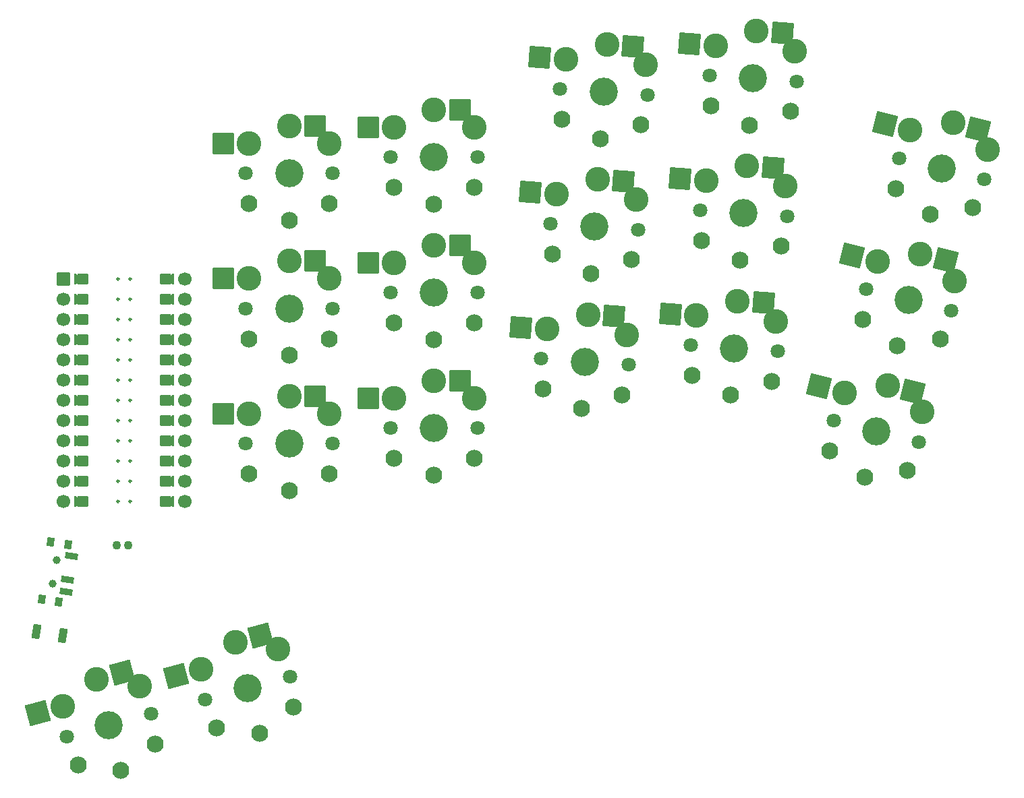
<source format=gbr>
%TF.GenerationSoftware,KiCad,Pcbnew,6.0.6-3a73a75311~116~ubuntu22.04.1*%
%TF.CreationDate,2022-07-27T09:59:41+02:00*%
%TF.ProjectId,kiboard,6b69626f-6172-4642-9e6b-696361645f70,v1.0.0*%
%TF.SameCoordinates,Original*%
%TF.FileFunction,Soldermask,Top*%
%TF.FilePolarity,Negative*%
%FSLAX46Y46*%
G04 Gerber Fmt 4.6, Leading zero omitted, Abs format (unit mm)*
G04 Created by KiCad (PCBNEW 6.0.6-3a73a75311~116~ubuntu22.04.1) date 2022-07-27 09:59:41*
%MOMM*%
%LPD*%
G01*
G04 APERTURE LIST*
G04 Aperture macros list*
%AMRoundRect*
0 Rectangle with rounded corners*
0 $1 Rounding radius*
0 $2 $3 $4 $5 $6 $7 $8 $9 X,Y pos of 4 corners*
0 Add a 4 corners polygon primitive as box body*
4,1,4,$2,$3,$4,$5,$6,$7,$8,$9,$2,$3,0*
0 Add four circle primitives for the rounded corners*
1,1,$1+$1,$2,$3*
1,1,$1+$1,$4,$5*
1,1,$1+$1,$6,$7*
1,1,$1+$1,$8,$9*
0 Add four rect primitives between the rounded corners*
20,1,$1+$1,$2,$3,$4,$5,0*
20,1,$1+$1,$4,$5,$6,$7,0*
20,1,$1+$1,$6,$7,$8,$9,0*
20,1,$1+$1,$8,$9,$2,$3,0*%
%AMFreePoly0*
4,1,14,0.635355,0.435355,0.650000,0.400000,0.650000,0.200000,0.635355,0.164645,0.035355,-0.435355,0.000000,-0.450000,-0.035355,-0.435355,-0.635355,0.164645,-0.650000,0.200000,-0.650000,0.400000,-0.635355,0.435355,-0.600000,0.450000,0.600000,0.450000,0.635355,0.435355,0.635355,0.435355,$1*%
%AMFreePoly1*
4,1,16,0.635355,1.035355,0.650000,1.000000,0.650000,-0.250000,0.635355,-0.285355,0.600000,-0.300000,-0.600000,-0.300000,-0.635355,-0.285355,-0.650000,-0.250000,-0.650000,1.000000,-0.635355,1.035355,-0.600000,1.050000,-0.564645,1.035355,0.000000,0.470710,0.564645,1.035355,0.600000,1.050000,0.635355,1.035355,0.635355,1.035355,$1*%
G04 Aperture macros list end*
%ADD10C,0.250000*%
%ADD11C,0.100000*%
%ADD12C,1.100000*%
%ADD13C,1.000000*%
%ADD14RoundRect,0.050000X0.316858X-0.556418X0.473293X0.431270X-0.316858X0.556418X-0.473293X-0.431270X0*%
%ADD15RoundRect,0.050000X0.686014X-0.463017X0.795518X0.228365X-0.686014X0.463017X-0.795518X-0.228365X0*%
%ADD16RoundRect,0.050000X-0.577429X-0.769140X0.311490X-0.909931X0.577429X0.769140X-0.311490X0.909931X0*%
%ADD17C,3.100000*%
%ADD18C,1.801800*%
%ADD19C,3.529000*%
%ADD20RoundRect,0.050000X-1.387517X-1.206150X1.206150X-1.387517X1.387517X1.206150X-1.206150X1.387517X0*%
%ADD21RoundRect,0.050000X-1.300000X-1.300000X1.300000X-1.300000X1.300000X1.300000X-1.300000X1.300000X0*%
%ADD22C,2.132000*%
%ADD23RoundRect,0.050000X-0.919239X-1.592168X1.592168X-0.919239X0.919239X1.592168X-1.592168X0.919239X0*%
%ADD24C,1.700000*%
%ADD25FreePoly0,90.000000*%
%ADD26FreePoly0,270.000000*%
%ADD27RoundRect,0.050000X-0.800000X0.800000X-0.800000X-0.800000X0.800000X-0.800000X0.800000X0.800000X0*%
%ADD28FreePoly1,270.000000*%
%ADD29FreePoly1,90.000000*%
%ADD30RoundRect,0.050000X-1.575883X-0.946886X0.946886X-1.575883X1.575883X0.946886X-0.946886X1.575883X0*%
G04 APERTURE END LIST*
D10*
%TO.C,MCU1*%
X-4537000Y2933356D02*
G75*
G03*
X-4537000Y2933356I-125000J0D01*
G01*
X-4537000Y10553356D02*
G75*
G03*
X-4537000Y10553356I-125000J0D01*
G01*
X-3013000Y2933356D02*
G75*
G03*
X-3013000Y2933356I-125000J0D01*
G01*
X-3013000Y13093356D02*
G75*
G03*
X-3013000Y13093356I-125000J0D01*
G01*
X-4537000Y18173356D02*
G75*
G03*
X-4537000Y18173356I-125000J0D01*
G01*
X-3013000Y15633356D02*
G75*
G03*
X-3013000Y15633356I-125000J0D01*
G01*
X-4537000Y13093356D02*
G75*
G03*
X-4537000Y13093356I-125000J0D01*
G01*
X-4537000Y20713356D02*
G75*
G03*
X-4537000Y20713356I-125000J0D01*
G01*
X-4537000Y15633356D02*
G75*
G03*
X-4537000Y15633356I-125000J0D01*
G01*
X-4537000Y-4686644D02*
G75*
G03*
X-4537000Y-4686644I-125000J0D01*
G01*
X-4537000Y-2146644D02*
G75*
G03*
X-4537000Y-2146644I-125000J0D01*
G01*
X-3013000Y10553356D02*
G75*
G03*
X-3013000Y10553356I-125000J0D01*
G01*
X-3013000Y20713356D02*
G75*
G03*
X-3013000Y20713356I-125000J0D01*
G01*
X-3013000Y5473356D02*
G75*
G03*
X-3013000Y5473356I-125000J0D01*
G01*
X-4537000Y-7226644D02*
G75*
G03*
X-4537000Y-7226644I-125000J0D01*
G01*
X-3013000Y-2146644D02*
G75*
G03*
X-3013000Y-2146644I-125000J0D01*
G01*
X-3013000Y18173356D02*
G75*
G03*
X-3013000Y18173356I-125000J0D01*
G01*
X-3013000Y393356D02*
G75*
G03*
X-3013000Y393356I-125000J0D01*
G01*
X-4537000Y393356D02*
G75*
G03*
X-4537000Y393356I-125000J0D01*
G01*
X-4537000Y5473356D02*
G75*
G03*
X-4537000Y5473356I-125000J0D01*
G01*
X-3013000Y8013356D02*
G75*
G03*
X-3013000Y8013356I-125000J0D01*
G01*
X-4537000Y8013356D02*
G75*
G03*
X-4537000Y8013356I-125000J0D01*
G01*
X-3013000Y-4686644D02*
G75*
G03*
X-3013000Y-4686644I-125000J0D01*
G01*
X-3013000Y-7226644D02*
G75*
G03*
X-3013000Y-7226644I-125000J0D01*
G01*
G36*
X-8980000Y12585356D02*
G01*
X-9996000Y12585356D01*
X-9996000Y13601356D01*
X-8980000Y13601356D01*
X-8980000Y12585356D01*
G37*
D11*
X-8980000Y12585356D02*
X-9996000Y12585356D01*
X-9996000Y13601356D01*
X-8980000Y13601356D01*
X-8980000Y12585356D01*
G36*
X2196000Y-5194644D02*
G01*
X1180000Y-5194644D01*
X1180000Y-4178644D01*
X2196000Y-4178644D01*
X2196000Y-5194644D01*
G37*
X2196000Y-5194644D02*
X1180000Y-5194644D01*
X1180000Y-4178644D01*
X2196000Y-4178644D01*
X2196000Y-5194644D01*
G36*
X2196000Y-2654644D02*
G01*
X1180000Y-2654644D01*
X1180000Y-1638644D01*
X2196000Y-1638644D01*
X2196000Y-2654644D01*
G37*
X2196000Y-2654644D02*
X1180000Y-2654644D01*
X1180000Y-1638644D01*
X2196000Y-1638644D01*
X2196000Y-2654644D01*
G36*
X2196000Y-114644D02*
G01*
X1180000Y-114644D01*
X1180000Y901356D01*
X2196000Y901356D01*
X2196000Y-114644D01*
G37*
X2196000Y-114644D02*
X1180000Y-114644D01*
X1180000Y901356D01*
X2196000Y901356D01*
X2196000Y-114644D01*
G36*
X2196000Y7505356D02*
G01*
X1180000Y7505356D01*
X1180000Y8521356D01*
X2196000Y8521356D01*
X2196000Y7505356D01*
G37*
X2196000Y7505356D02*
X1180000Y7505356D01*
X1180000Y8521356D01*
X2196000Y8521356D01*
X2196000Y7505356D01*
G36*
X-8980000Y17665356D02*
G01*
X-9996000Y17665356D01*
X-9996000Y18681356D01*
X-8980000Y18681356D01*
X-8980000Y17665356D01*
G37*
X-8980000Y17665356D02*
X-9996000Y17665356D01*
X-9996000Y18681356D01*
X-8980000Y18681356D01*
X-8980000Y17665356D01*
G36*
X-8980000Y-2654644D02*
G01*
X-9996000Y-2654644D01*
X-9996000Y-1638644D01*
X-8980000Y-1638644D01*
X-8980000Y-2654644D01*
G37*
X-8980000Y-2654644D02*
X-9996000Y-2654644D01*
X-9996000Y-1638644D01*
X-8980000Y-1638644D01*
X-8980000Y-2654644D01*
G36*
X2196000Y2425356D02*
G01*
X1180000Y2425356D01*
X1180000Y3441356D01*
X2196000Y3441356D01*
X2196000Y2425356D01*
G37*
X2196000Y2425356D02*
X1180000Y2425356D01*
X1180000Y3441356D01*
X2196000Y3441356D01*
X2196000Y2425356D01*
G36*
X2196000Y4965356D02*
G01*
X1180000Y4965356D01*
X1180000Y5981356D01*
X2196000Y5981356D01*
X2196000Y4965356D01*
G37*
X2196000Y4965356D02*
X1180000Y4965356D01*
X1180000Y5981356D01*
X2196000Y5981356D01*
X2196000Y4965356D01*
G36*
X-8980000Y15125356D02*
G01*
X-9996000Y15125356D01*
X-9996000Y16141356D01*
X-8980000Y16141356D01*
X-8980000Y15125356D01*
G37*
X-8980000Y15125356D02*
X-9996000Y15125356D01*
X-9996000Y16141356D01*
X-8980000Y16141356D01*
X-8980000Y15125356D01*
G36*
X-8980000Y-7734644D02*
G01*
X-9996000Y-7734644D01*
X-9996000Y-6718644D01*
X-8980000Y-6718644D01*
X-8980000Y-7734644D01*
G37*
X-8980000Y-7734644D02*
X-9996000Y-7734644D01*
X-9996000Y-6718644D01*
X-8980000Y-6718644D01*
X-8980000Y-7734644D01*
G36*
X2196000Y20205356D02*
G01*
X1180000Y20205356D01*
X1180000Y21221356D01*
X2196000Y21221356D01*
X2196000Y20205356D01*
G37*
X2196000Y20205356D02*
X1180000Y20205356D01*
X1180000Y21221356D01*
X2196000Y21221356D01*
X2196000Y20205356D01*
G36*
X2196000Y10045356D02*
G01*
X1180000Y10045356D01*
X1180000Y11061356D01*
X2196000Y11061356D01*
X2196000Y10045356D01*
G37*
X2196000Y10045356D02*
X1180000Y10045356D01*
X1180000Y11061356D01*
X2196000Y11061356D01*
X2196000Y10045356D01*
G36*
X-8980000Y-5194644D02*
G01*
X-9996000Y-5194644D01*
X-9996000Y-4178644D01*
X-8980000Y-4178644D01*
X-8980000Y-5194644D01*
G37*
X-8980000Y-5194644D02*
X-9996000Y-5194644D01*
X-9996000Y-4178644D01*
X-8980000Y-4178644D01*
X-8980000Y-5194644D01*
G36*
X2196000Y15125356D02*
G01*
X1180000Y15125356D01*
X1180000Y16141356D01*
X2196000Y16141356D01*
X2196000Y15125356D01*
G37*
X2196000Y15125356D02*
X1180000Y15125356D01*
X1180000Y16141356D01*
X2196000Y16141356D01*
X2196000Y15125356D01*
G36*
X-8980000Y10045356D02*
G01*
X-9996000Y10045356D01*
X-9996000Y11061356D01*
X-8980000Y11061356D01*
X-8980000Y10045356D01*
G37*
X-8980000Y10045356D02*
X-9996000Y10045356D01*
X-9996000Y11061356D01*
X-8980000Y11061356D01*
X-8980000Y10045356D01*
G36*
X2196000Y12585356D02*
G01*
X1180000Y12585356D01*
X1180000Y13601356D01*
X2196000Y13601356D01*
X2196000Y12585356D01*
G37*
X2196000Y12585356D02*
X1180000Y12585356D01*
X1180000Y13601356D01*
X2196000Y13601356D01*
X2196000Y12585356D01*
G36*
X2196000Y17665356D02*
G01*
X1180000Y17665356D01*
X1180000Y18681356D01*
X2196000Y18681356D01*
X2196000Y17665356D01*
G37*
X2196000Y17665356D02*
X1180000Y17665356D01*
X1180000Y18681356D01*
X2196000Y18681356D01*
X2196000Y17665356D01*
G36*
X-8980000Y-114644D02*
G01*
X-9996000Y-114644D01*
X-9996000Y901356D01*
X-8980000Y901356D01*
X-8980000Y-114644D01*
G37*
X-8980000Y-114644D02*
X-9996000Y-114644D01*
X-9996000Y901356D01*
X-8980000Y901356D01*
X-8980000Y-114644D01*
G36*
X2196000Y-7734644D02*
G01*
X1180000Y-7734644D01*
X1180000Y-6718644D01*
X2196000Y-6718644D01*
X2196000Y-7734644D01*
G37*
X2196000Y-7734644D02*
X1180000Y-7734644D01*
X1180000Y-6718644D01*
X2196000Y-6718644D01*
X2196000Y-7734644D01*
G36*
X-8980000Y20205356D02*
G01*
X-9996000Y20205356D01*
X-9996000Y21221356D01*
X-8980000Y21221356D01*
X-8980000Y20205356D01*
G37*
X-8980000Y20205356D02*
X-9996000Y20205356D01*
X-9996000Y21221356D01*
X-8980000Y21221356D01*
X-8980000Y20205356D01*
G36*
X-8980000Y4965356D02*
G01*
X-9996000Y4965356D01*
X-9996000Y5981356D01*
X-8980000Y5981356D01*
X-8980000Y4965356D01*
G37*
X-8980000Y4965356D02*
X-9996000Y4965356D01*
X-9996000Y5981356D01*
X-8980000Y5981356D01*
X-8980000Y4965356D01*
G36*
X-8980000Y2425356D02*
G01*
X-9996000Y2425356D01*
X-9996000Y3441356D01*
X-8980000Y3441356D01*
X-8980000Y2425356D01*
G37*
X-8980000Y2425356D02*
X-9996000Y2425356D01*
X-9996000Y3441356D01*
X-8980000Y3441356D01*
X-8980000Y2425356D01*
G36*
X-8980000Y7505356D02*
G01*
X-9996000Y7505356D01*
X-9996000Y8521356D01*
X-8980000Y8521356D01*
X-8980000Y7505356D01*
G37*
X-8980000Y7505356D02*
X-9996000Y7505356D01*
X-9996000Y8521356D01*
X-8980000Y8521356D01*
X-8980000Y7505356D01*
%TD*%
D12*
%TO.C,*%
X-4870835Y-12743763D03*
X-3370835Y-12743763D03*
%TD*%
D13*
%TO.C,*%
X-12376837Y-14592064D03*
D14*
X-14268932Y-19506581D03*
X-10944169Y-12642176D03*
D13*
X-12846141Y-17555129D03*
D14*
X-12086141Y-19852301D03*
X-13126961Y-12296456D03*
D13*
X-12376837Y-14592064D03*
X-12846141Y-17555129D03*
D15*
X-10521180Y-14126623D03*
X-10990484Y-17089688D03*
X-11225135Y-18571220D03*
%TD*%
D16*
%TO.C,*%
X-11564097Y-24127329D03*
X-14922237Y-23595451D03*
%TD*%
D17*
%TO.C,S15*%
X60335511Y30657648D03*
D18*
X49599502Y27649226D03*
D17*
X55501155Y33201071D03*
X50359871Y31355213D03*
D19*
X55086104Y27265565D03*
D18*
X60572706Y26881904D03*
D17*
X55501155Y33201071D03*
D20*
X58768177Y32972619D03*
X47092848Y31583665D03*
%TD*%
D18*
%TO.C,S9*%
X29500000Y19000000D03*
D19*
X35000000Y19000000D03*
D17*
X35000000Y24950000D03*
X30000000Y22750000D03*
X35000000Y24950000D03*
D18*
X40500000Y19000000D03*
D17*
X40000000Y22750000D03*
D21*
X38275000Y24950000D03*
X26725000Y22750000D03*
%TD*%
D19*
%TO.C,S24*%
X75035924Y45919375D03*
D18*
X69549322Y46303036D03*
X80522526Y45535714D03*
D22*
X69783029Y42477414D03*
X79758670Y41779849D03*
X74624361Y40033747D03*
X74624361Y40033747D03*
%TD*%
D18*
%TO.C,S34*%
X6260738Y-32106019D03*
D19*
X11573330Y-30682514D03*
D18*
X16885922Y-29259009D03*
D22*
X7727213Y-35647127D03*
X17386472Y-33058937D03*
X13100362Y-36381476D03*
X13100362Y-36381476D03*
%TD*%
D17*
%TO.C,S31*%
X-11613536Y-33013130D03*
D18*
X-11125927Y-36764762D03*
D17*
X-7353308Y-29593998D03*
D19*
X-5813335Y-35341257D03*
D17*
X-7353308Y-29593998D03*
D18*
X-500743Y-33917752D03*
D17*
X-1954277Y-30424940D03*
D23*
X-4189901Y-28746366D03*
X-14776943Y-33860763D03*
%TD*%
D18*
%TO.C,S4*%
X11300000Y17000000D03*
D19*
X16800000Y17000000D03*
D18*
X22300000Y17000000D03*
D22*
X21800000Y13200000D03*
X11800000Y13200000D03*
X16800000Y11100000D03*
X16800000Y11100000D03*
%TD*%
D19*
%TO.C,S3*%
X16800000Y17000000D03*
D17*
X16800000Y22950000D03*
D18*
X11300000Y17000000D03*
D17*
X21800000Y20750000D03*
X11800000Y20750000D03*
D18*
X22300000Y17000000D03*
D17*
X16800000Y22950000D03*
D21*
X20075000Y22950000D03*
X8525000Y20750000D03*
%TD*%
D17*
%TO.C,S11*%
X35000000Y41950000D03*
D19*
X35000000Y36000000D03*
D18*
X29500000Y36000000D03*
D17*
X35000000Y41950000D03*
D18*
X40500000Y36000000D03*
D17*
X30000000Y39750000D03*
X40000000Y39750000D03*
D21*
X38275000Y41950000D03*
X26725000Y39750000D03*
%TD*%
D18*
%TO.C,S17*%
X61758566Y43840492D03*
D17*
X56687015Y50159659D03*
D19*
X56271964Y44224153D03*
D17*
X61521371Y47616236D03*
X51545731Y48313801D03*
X56687015Y50159659D03*
D18*
X50785362Y44607814D03*
D20*
X59954037Y49931207D03*
X48278708Y48542253D03*
%TD*%
D24*
%TO.C,MCU1*%
X-11520000Y5473356D03*
X3720000Y13093356D03*
X3720000Y393356D03*
D25*
X-9742000Y15633356D03*
D24*
X3720000Y20713356D03*
D26*
X1942000Y20713356D03*
D25*
X-9742000Y10553356D03*
D24*
X-11520000Y-7226644D03*
X3720000Y5473356D03*
D26*
X1942000Y15633356D03*
D27*
X-11520000Y20713356D03*
D24*
X3720000Y8013356D03*
X3720000Y-7226644D03*
X-11520000Y15633356D03*
X3720000Y18173356D03*
D26*
X1942000Y18173356D03*
D25*
X-9742000Y-7226644D03*
D26*
X1942000Y2933356D03*
X1942000Y-2146644D03*
D24*
X-11520000Y20713356D03*
D26*
X1942000Y-4686644D03*
D25*
X-9742000Y13093356D03*
D26*
X1942000Y13093356D03*
D24*
X-11520000Y8013356D03*
X-11520000Y-2146644D03*
X-11520000Y18173356D03*
X3720000Y10553356D03*
X-11520000Y13093356D03*
D26*
X1942000Y393356D03*
D24*
X3720000Y-4686644D03*
X-11520000Y10553356D03*
D25*
X-9742000Y18173356D03*
D24*
X-11520000Y393356D03*
D25*
X-9742000Y393356D03*
D24*
X-11520000Y2933356D03*
X3720000Y2933356D03*
D26*
X1942000Y10553356D03*
D25*
X-9742000Y2933356D03*
X-9742000Y5473356D03*
X-9742000Y20713356D03*
X-9742000Y8013356D03*
D24*
X-11520000Y-4686644D03*
X3720000Y15633356D03*
D25*
X-9742000Y-2146644D03*
X-9742000Y-4686644D03*
D26*
X1942000Y-7226644D03*
X1942000Y5473356D03*
X1942000Y8013356D03*
D24*
X3720000Y-2146644D03*
D28*
X926000Y20713356D03*
X926000Y18173356D03*
X926000Y15633356D03*
X926000Y13093356D03*
X926000Y10553356D03*
X926000Y8013356D03*
X926000Y5473356D03*
X926000Y2933356D03*
X926000Y393356D03*
X926000Y-2146644D03*
X926000Y-4686644D03*
X926000Y-7226644D03*
D29*
X-8726000Y-7226644D03*
X-8726000Y-4686644D03*
X-8726000Y-2146644D03*
X-8726000Y393356D03*
X-8726000Y2933356D03*
X-8726000Y5473356D03*
X-8726000Y8013356D03*
X-8726000Y10553356D03*
X-8726000Y13093356D03*
X-8726000Y15633356D03*
X-8726000Y18173356D03*
X-8726000Y20713356D03*
%TD*%
D17*
%TO.C,S7*%
X30000000Y5750000D03*
D18*
X40500000Y2000000D03*
D17*
X40000000Y5750000D03*
D19*
X35000000Y2000000D03*
D18*
X29500000Y2000000D03*
D17*
X35000000Y7950000D03*
X35000000Y7950000D03*
D21*
X38275000Y7950000D03*
X26725000Y5750000D03*
%TD*%
D18*
%TO.C,S1*%
X11300000Y0D03*
D17*
X16800000Y5950000D03*
X11800000Y3750000D03*
D18*
X22300000Y0D03*
D19*
X16800000Y0D03*
D17*
X16800000Y5950000D03*
X21800000Y3750000D03*
D21*
X20075000Y5950000D03*
X8525000Y3750000D03*
%TD*%
D19*
%TO.C,S12*%
X35000000Y36000000D03*
D18*
X40500000Y36000000D03*
X29500000Y36000000D03*
D22*
X30000000Y32200000D03*
X40000000Y32200000D03*
X35000000Y30100000D03*
X35000000Y30100000D03*
%TD*%
D17*
%TO.C,S13*%
X54315295Y16242482D03*
X49174011Y14396624D03*
X59149651Y13699059D03*
D18*
X59386846Y9923315D03*
X48413642Y10690637D03*
D17*
X54315295Y16242482D03*
D19*
X53900244Y10306976D03*
D20*
X57582317Y16014030D03*
X45906988Y14625076D03*
%TD*%
D18*
%TO.C,S14*%
X59386846Y9923315D03*
X48413642Y10690637D03*
D19*
X53900244Y10306976D03*
D22*
X48647349Y6865015D03*
X58622990Y6167450D03*
X53488681Y4421348D03*
X53488681Y4421348D03*
%TD*%
D19*
%TO.C,S2*%
X16800000Y0D03*
D18*
X11300000Y0D03*
X22300000Y0D03*
D22*
X11800000Y-3800000D03*
X21800000Y-3800000D03*
X16800000Y-5900000D03*
X16800000Y-5900000D03*
%TD*%
D19*
%TO.C,S20*%
X72664204Y12002197D03*
D18*
X78150806Y11618536D03*
X67177602Y12385858D03*
D22*
X67411309Y8560236D03*
X77386950Y7862671D03*
X72252641Y6116569D03*
X72252641Y6116569D03*
%TD*%
D19*
%TO.C,S18*%
X56271964Y44224153D03*
D18*
X50785362Y44607814D03*
X61758566Y43840492D03*
D22*
X60994710Y40084627D03*
X51019069Y40782192D03*
X55860401Y38338525D03*
X55860401Y38338525D03*
%TD*%
D18*
%TO.C,S23*%
X80522526Y45535714D03*
D17*
X75450975Y51854881D03*
X75450975Y51854881D03*
X80285331Y49311458D03*
D18*
X69549322Y46303036D03*
D17*
X70309691Y50009023D03*
D19*
X75035924Y45919375D03*
D20*
X78717997Y51626429D03*
X67042668Y50237475D03*
%TD*%
D19*
%TO.C,S32*%
X-5813335Y-35341257D03*
D18*
X-11125927Y-36764762D03*
X-500743Y-33917752D03*
D22*
X-193Y-37717680D03*
X-9659452Y-40305870D03*
X-4286303Y-41040219D03*
X-4286303Y-41040219D03*
%TD*%
D18*
%TO.C,S28*%
X89240109Y19387058D03*
D19*
X94576735Y18056488D03*
D18*
X99913361Y16725918D03*
D22*
X88805953Y15578974D03*
X98508910Y13159755D03*
X93149396Y12331743D03*
X93149396Y12331743D03*
%TD*%
D19*
%TO.C,S25*%
X90464063Y1561461D03*
D17*
X91903498Y7334721D03*
X96222749Y3990460D03*
X86519791Y6409679D03*
X91903498Y7334721D03*
D18*
X95800689Y230891D03*
X85127437Y2892031D03*
D30*
X95081217Y6542426D03*
X83342073Y7201974D03*
%TD*%
D19*
%TO.C,S26*%
X90464063Y1561461D03*
D18*
X95800689Y230891D03*
X85127437Y2892031D03*
D22*
X84693281Y-916053D03*
X94396238Y-3335272D03*
X89036724Y-4163284D03*
X89036724Y-4163284D03*
%TD*%
D18*
%TO.C,S30*%
X93352781Y35882086D03*
X104026033Y33220946D03*
D19*
X98689407Y34551516D03*
D22*
X92918625Y32074002D03*
X102621582Y29654783D03*
X97262068Y28826771D03*
X97262068Y28826771D03*
%TD*%
D19*
%TO.C,S5*%
X16800000Y34000000D03*
D17*
X11800000Y37750000D03*
D18*
X11300000Y34000000D03*
D17*
X21800000Y37750000D03*
D18*
X22300000Y34000000D03*
D17*
X16800000Y39950000D03*
X16800000Y39950000D03*
D21*
X20075000Y39950000D03*
X8525000Y37750000D03*
%TD*%
D19*
%TO.C,S22*%
X73850064Y28960786D03*
D18*
X79336666Y28577125D03*
X68363462Y29344447D03*
D22*
X68597169Y25518825D03*
X78572810Y24821260D03*
X73438501Y23075158D03*
X73438501Y23075158D03*
%TD*%
D18*
%TO.C,S16*%
X60572706Y26881904D03*
X49599502Y27649226D03*
D19*
X55086104Y27265565D03*
D22*
X59808850Y23126039D03*
X49833209Y23823604D03*
X54674541Y21379937D03*
X54674541Y21379937D03*
%TD*%
D18*
%TO.C,S10*%
X29500000Y19000000D03*
D19*
X35000000Y19000000D03*
D18*
X40500000Y19000000D03*
D22*
X30000000Y15200000D03*
X40000000Y15200000D03*
X35000000Y13100000D03*
X35000000Y13100000D03*
%TD*%
D18*
%TO.C,S21*%
X68363462Y29344447D03*
D17*
X74265115Y34896292D03*
D19*
X73850064Y28960786D03*
D17*
X69123831Y33050434D03*
D18*
X79336666Y28577125D03*
D17*
X74265115Y34896292D03*
X79099471Y32352869D03*
D20*
X77532137Y34667840D03*
X65856808Y33278886D03*
%TD*%
D17*
%TO.C,S29*%
X104448093Y36980515D03*
X100128842Y40324776D03*
D18*
X104026033Y33220946D03*
D19*
X98689407Y34551516D03*
D17*
X100128842Y40324776D03*
D18*
X93352781Y35882086D03*
D17*
X94745135Y39399734D03*
D30*
X103306561Y39532481D03*
X91567417Y40192029D03*
%TD*%
D18*
%TO.C,S27*%
X99913361Y16725918D03*
D17*
X100335421Y20485487D03*
D18*
X89240109Y19387058D03*
D17*
X96016170Y23829748D03*
X90632463Y22904706D03*
X96016170Y23829748D03*
D19*
X94576735Y18056488D03*
D30*
X99193889Y23037453D03*
X87454745Y23697001D03*
%TD*%
D18*
%TO.C,S6*%
X22300000Y34000000D03*
X11300000Y34000000D03*
D19*
X16800000Y34000000D03*
D22*
X11800000Y30200000D03*
X21800000Y30200000D03*
X16800000Y28100000D03*
X16800000Y28100000D03*
%TD*%
D17*
%TO.C,S19*%
X67937971Y16091845D03*
X73079255Y17937703D03*
X77913611Y15394280D03*
D18*
X78150806Y11618536D03*
D19*
X72664204Y12002197D03*
D17*
X73079255Y17937703D03*
D18*
X67177602Y12385858D03*
D20*
X76346277Y17709251D03*
X64670948Y16320297D03*
%TD*%
D19*
%TO.C,S8*%
X35000000Y2000000D03*
D18*
X29500000Y2000000D03*
X40500000Y2000000D03*
D22*
X40000000Y-1800000D03*
X30000000Y-1800000D03*
X35000000Y-3900000D03*
X35000000Y-3900000D03*
%TD*%
D17*
%TO.C,S33*%
X10033357Y-24935255D03*
X5773129Y-28354387D03*
X15432388Y-25766197D03*
X10033357Y-24935255D03*
D18*
X6260738Y-32106019D03*
D19*
X11573330Y-30682514D03*
D18*
X16885922Y-29259009D03*
D23*
X13196764Y-24087623D03*
X2609722Y-29202020D03*
%TD*%
M02*

</source>
